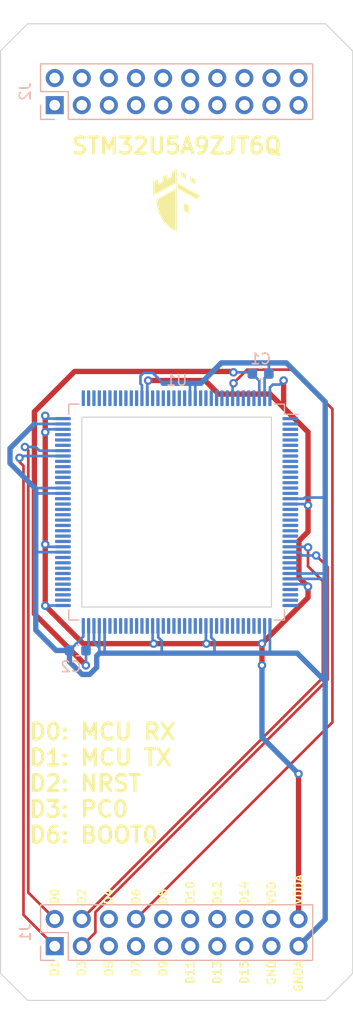
<source format=kicad_pcb>
(kicad_pcb (version 20231007) (generator pcbnew)
  (title_block (title "STM32U5A9ZJT6Q Scaffold daughterboard") (date "2023-10-11") (comment 1 "Under LGPL v3 license"))
  (layers (0 "F.Cu" signal) (31 "B.Cu" signal) (34 "B.Paste" user) (35 "F.Paste" user) (36 "B.SilkS" user "B.Silkscreen") (37 "F.SilkS" user "F.Silkscreen") (38 "B.Mask" user) (39 "F.Mask" user) (44 "Edge.Cuts" user))
  (net 0 "")
  (net 1 "Net-(C1-Pad1)")
  (net 2 "/D1_MCU_TX")
  (net 3 "/D0_MCU_RX")
  (net 4 "/D3_MCU_PC0")
  (net 5 "/D2_NRST")
  (net 9 "/D6_BOOT0")
  (net 13 "GNDA")
  (net 16 "+3V3")
  (net 40 "GND")
  (footprint "mykicadlibs:donjon-2000" (layer "F.Cu") (at 92.71 77.47)
    (property "Reference" "LOGO1" hide)
    (property "Value" "DUNGEON_LOGO" hide)
    (fp_poly (pts (xy 0.439282 -2.661099) (xy 0.470744 -2.644605) (xy 0.517646 -2.619335) (xy 0.576626 -2.587105) (xy 0.644322 -2.549731) (xy 0.666852 -2.537218) (xy 0.75421 -2.4878) (xy 0.81934 -2.449048) (xy 0.862875 -2.420552) (xy 0.885445 -2.401904) (xy 0.888579 -2.393444) (xy 0.884372 -2.376466) (xy 0.88038 -2.3388) (xy 0.876937 -2.285159) (xy 0.874379 -2.220255) (xy 0.873459 -2.180815) (xy 0.86995 -1.982176) (xy 0.4445 -2.215898) (xy 0.4445 -2.408873) (xy 0.443702 -2.478923) (xy 0.441508 -2.542167) (xy 0.438212 -2.593204) (xy 0.434113 -2.626637) (xy 0.432114 -2.634424) (xy 0.425303 -2.657968) (xy 0.42662 -2.667) (xy 0.439282 -2.661099)) (stroke (width 0.01)) (fill solid) (layer "F.SilkS"))
    (fp_poly (pts (xy 0.914236 0.344237) (xy 0.974478 0.371905) (xy 1.033178 0.418017) (xy 1.087583 0.481291) (xy 1.134943 0.560447) (xy 1.136688 0.564) (xy 1.159039 0.614309) (xy 1.175684 0.664025) (xy 1.187193 0.717688) (xy 1.194133 0.77984) (xy 1.197076 0.855022) (xy 1.19659 0.947775) (xy 1.194525 1.02529) (xy 1.18745 1.24413) (xy 0.6708 1.00965) (xy 0.676716 0.762) (xy 0.679784 0.662088) (xy 0.68414 0.583805) (xy 0.690533 0.523388) (xy 0.69971 0.47707) (xy 0.712422 0.441087) (xy 0.729417 0.411674) (xy 0.751444 0.385067) (xy 0.751773 0.384716) (xy 0.800132 0.349361) (xy 0.855204 0.336296) (xy 0.914236 0.344237)) (stroke (width 0.01)) (fill solid) (layer "F.SilkS"))
    (fp_poly (pts (xy 1.314163 -2.17854) (xy 1.344017 -2.162137) (xy 1.38941 -2.13705) (xy 1.447017 -2.105117) (xy 1.513514 -2.068176) (xy 1.529763 -2.059139) (xy 1.754929 -1.933877) (xy 1.753207 -1.719915) (xy 1.752455 -1.649106) (xy 1.751459 -1.5878) (xy 1.750315 -1.540225) (xy 1.74912 -1.510605) (xy 1.748236 -1.502703) (xy 1.73665 -1.507503) (xy 1.706291 -1.522795) (xy 1.660605 -1.546768) (xy 1.603042 -1.577609) (xy 1.537048 -1.613508) (xy 1.529718 -1.617525) (xy 1.31445 -1.735596) (xy 1.3081 -1.960018) (xy 1.30613 -2.032319) (xy 1.30457 -2.094935) (xy 1.303508 -2.143823) (xy 1.303033 -2.174943) (xy 1.303173 -2.18442) (xy 1.314163 -2.17854)) (stroke (width 0.01)) (fill solid) (layer "F.SilkS"))
    (fp_poly (pts (xy 0 0.894903) (xy 0 2.8956) (xy -0.034925 2.895367) (xy -0.062166 2.890507) (xy -0.105083 2.877722) (xy -0.15613 2.859371) (xy -0.1778 2.850727) (xy -0.358814 2.763797) (xy -0.538665 2.652773) (xy -0.71551 2.518949) (xy -0.887504 2.363621) (xy -0.926266 2.324906) (xy -1.112391 2.117539) (xy -1.279996 1.893433) (xy -1.42843 1.653902) (xy -1.557039 1.400262) (xy -1.665169 1.133827) (xy -1.752167 0.855914) (xy -1.817381 0.567836) (xy -1.827553 0.510293) (xy -1.835444 0.45773) (xy -1.8437 0.392725) (xy -1.85195 0.319507) (xy -1.859819 0.242307) (xy -1.866935 0.165353) (xy -1.872926 0.092876) (xy -1.877417 0.029106) (xy -1.880037 -0.021728) (xy -1.880412 -0.055395) (xy -1.878502 -0.067538) (xy -1.866767 -0.074213) (xy -1.834801 -0.092064) (xy -1.784605 -0.119984) (xy -1.71818 -0.156866) (xy -1.637528 -0.201602) (xy -1.544649 -0.253086) (xy -1.441545 -0.31021) (xy -1.330217 -0.371867) (xy -1.212667 -0.43695) (xy -1.090894 -0.504351) (xy -0.966902 -0.572963) (xy -0.842689 -0.64168) (xy -0.720259 -0.709393) (xy -0.601612 -0.774996) (xy -0.488749 -0.837381) (xy -0.383672 -0.895441) (xy -0.288382 -0.948069) (xy -0.204879 -0.994158) (xy -0.135165 -1.0326) (xy -0.081241 -1.062289) (xy -0.045109 -1.082116) (xy -0.02877 -1.090975) (xy -0.028575 -1.091076) (xy -0.000001 -1.105794) (xy 0 0.894903)) (stroke (width 0.01)) (fill solid) (layer "F.SilkS"))
    (fp_poly (pts (xy 0.02577 -1.606927) (xy 0.058501 -1.589693) (xy 0.109714 -1.562228) (xy 0.177538 -1.52556) (xy 0.260097 -1.480717) (xy 0.35552 -1.42873) (xy 0.461933 -1.370626) (xy 0.577463 -1.307435) (xy 0.700237 -1.240185) (xy 0.828381 -1.169906) (xy 0.960023 -1.097625) (xy 1.093289 -1.024373) (xy 1.226306 -0.951178) (xy 1.357202 -0.879068) (xy 1.484102 -0.809073) (xy 1.605134 -0.742222) (xy 1.718424 -0.679543) (xy 1.822099 -0.622065) (xy 1.914287 -0.570817) (xy 1.993114 -0.526828) (xy 2.056707 -0.491127) (xy 2.08915 -0.472759) (xy 2.129821 -0.44804) (xy 2.159448 -0.426991) (xy 2.173081 -0.413236) (xy 2.173328 -0.411113) (xy 2.163354 -0.397256) (xy 2.140233 -0.368959) (xy 2.10728 -0.330006) (xy 2.067814 -0.28418) (xy 2.025151 -0.235263) (xy 1.982609 -0.187039) (xy 1.943504 -0.143292) (xy 1.911153 -0.107805) (xy 1.888875 -0.08436) (xy 1.880106 -0.07668) (xy 1.868218 -0.082779) (xy 1.835772 -0.100326) (xy 1.784401 -0.128416) (xy 1.715744 -0.166147) (xy 1.631434 -0.212615) (xy 1.533109 -0.266918) (xy 1.422405 -0.328152) (xy 1.300956 -0.395414) (xy 1.1704 -0.467801) (xy 1.032371 -0.544409) (xy 0.9398 -0.59583) (xy 0.00635 -1.1145) (xy 0.002906 -1.3637) (xy 0.002133 -1.458996) (xy 0.002828 -1.530238) (xy 0.005047 -1.578733) (xy 0.008844 -1.605787) (xy 0.013394 -1.6129) (xy 0.02577 -1.606927)) (stroke (width 0.01)) (fill solid) (layer "F.SilkS"))
    (fp_poly (pts (xy -0.003057 -2.268833) (xy -0.002598 -2.144146) (xy -0.002532 -2.027225) (xy -0.002833 -1.920516) (xy -0.003478 -1.826467) (xy -0.004443 -1.747524) (xy -0.005702 -1.686135) (xy -0.007234 -1.644747) (xy -0.009012 -1.625806) (xy -0.009407 -1.624916) (xy -0.021845 -1.61754) (xy -0.054681 -1.598963) (xy -0.106052 -1.570213) (xy -0.174092 -1.532317) (xy -0.256937 -1.486304) (xy -0.352724 -1.433201) (xy -0.459588 -1.374036) (xy -0.575665 -1.309837) (xy -0.699091 -1.241632) (xy -0.828001 -1.170448) (xy -0.960532 -1.097314) (xy -1.094818 -1.023257) (xy -1.228997 -0.949305) (xy -1.361203 -0.876486) (xy -1.489572 -0.805827) (xy -1.612241 -0.738358) (xy -1.727345 -0.675104) (xy -1.833019 -0.617095) (xy -1.9274 -0.565358) (xy -2.008624 -0.52092) (xy -2.074825 -0.484811) (xy -2.124141 -0.458057) (xy -2.154706 -0.441686) (xy -2.164444 -0.436741) (xy -2.169006 -0.436902) (xy -2.172823 -0.442532) (xy -2.175959 -0.45565) (xy -2.178481 -0.478273) (xy -2.180453 -0.512418) (xy -2.181941 -0.560103) (xy -2.183009 -0.623344) (xy -2.183724 -0.704159) (xy -2.184151 -0.804566) (xy -2.184354 -0.926581) (xy -2.1844 -1.053319) (xy -2.1844 -1.677555) (xy -2.155825 -1.705942) (xy -2.134545 -1.722182) (xy -2.096795 -1.746386) (xy -2.047346 -1.775922) (xy -1.990969 -1.808158) (xy -1.932435 -1.840461) (xy -1.876514 -1.870199) (xy -1.827978 -1.89474) (xy -1.791596 -1.911451) (xy -1.77214 -1.9177) (xy -1.772041 -1.917701) (xy -1.76476 -1.914598) (xy -1.759519 -1.903012) (xy -1.755999 -1.879525) (xy -1.753884 -1.840721) (xy -1.752857 -1.783181) (xy -1.7526 -1.70815) (xy -1.75215 -1.638412) (xy -1.750902 -1.578504) (xy -1.749015 -1.532611) (xy -1.746645 -1.504919) (xy -1.744729 -1.4986) (xy -1.731652 -1.504436) (xy -1.69991 -1.520686) (xy -1.653059 -1.545468) (xy -1.594659 -1.576898) (xy -1.528266 -1.613092) (xy -1.522827 -1.616075) (xy -1.308797 -1.73355) (xy -1.308449 -1.94345) (xy -1.307787 -2.027181) (xy -1.305933 -2.089043) (xy -1.302607 -2.132548) (xy -1.297527 -2.161211) (xy -1.290414 -2.178545) (xy -1.289577 -2.179795) (xy -1.271763 -2.195661) (xy -1.236939 -2.21936) (xy -1.189671 -2.2484) (xy -1.134523 -2.28029) (xy -1.076059 -2.312539) (xy -1.018844 -2.342656) (xy -0.967443 -2.368149) (xy -0.926421 -2.386528) (xy -0.90034 -2.395301) (xy -0.894534 -2.395395) (xy -0.887483 -2.388258) (xy -0.882436 -2.370838) (xy -0.879098 -2.339737) (xy -0.877176 -2.291557) (xy -0.876374 -2.222899) (xy -0.8763 -2.184799) (xy -0.87574 -2.116169) (xy -0.87419 -2.057477) (xy -0.87185 -2.012954) (xy -0.868917 -1.986833) (xy -0.866775 -1.981727) (xy -0.853198 -1.987825) (xy -0.821117 -2.004478) (xy -0.774142 -2.029745) (xy -0.715881 -2.061683) (xy -0.649945 -2.098351) (xy -0.6477 -2.099608) (xy -0.43815 -2.216963) (xy -0.4318 -2.435219) (xy -0.428988 -2.518102) (xy -0.425811 -2.579168) (xy -0.421866 -2.622001) (xy -0.416752 -2.650184) (xy -0.410067 -2.667301) (xy -0.405028 -2.673857) (xy -0.387438 -2.686628) (xy -0.351705 -2.709046) (xy -0.301998 -2.738619) (xy -0.242485 -2.772853) (xy -0.195478 -2.799224) (xy -0.00635 -2.904209) (xy -0.003057 -2.268833)) (stroke (width 0.01)) (fill solid) (layer "F.SilkS"))
  )
  (footprint "Connector_PinSocket_2.54mm:PinSocket_2x10_P2.54mm_Vertical" (layer "B.Cu") (at 81.28 147.32 -90)
    (property "Reference" "J1" (at -1.27 2.77 -90) (layer "B.SilkS") (effects (justify mirror)))
    (property "Value" "Conn_02x10_Odd_Even")
    (fp_line (start -1.27 1.33) (end -3.87 1.33) (stroke (width 0.12)) (layer "B.SilkS"))
    (fp_line (start 1.33 1.33) (end 0 1.33) (stroke (width 0.12)) (layer "B.SilkS"))
    (fp_line (start 1.33 0) (end 1.33 1.33) (stroke (width 0.12)) (layer "B.SilkS"))
    (fp_line (start -1.27 -1.27) (end -1.27 1.33) (stroke (width 0.12)) (layer "B.SilkS"))
    (fp_line (start 1.33 -1.27) (end -1.27 -1.27) (stroke (width 0.12)) (layer "B.SilkS"))
    (fp_line (start -3.87 -24.19) (end -3.87 1.33) (stroke (width 0.12)) (layer "B.SilkS"))
    (fp_line (start 1.33 -24.19) (end 1.33 -1.27) (stroke (width 0.12)) (layer "B.SilkS"))
    (fp_line (start 1.33 -24.19) (end -3.87 -24.19) (stroke (width 0.12)) (layer "B.SilkS"))
    (pad "1" thru_hole rect (at 0 0 270) (size 1.7 1.7) (drill 1) (layers "*.Cu" "*.Mask") (net 2 "/D1_MCU_TX"))
    (pad "2" thru_hole oval (at -2.54 0 270) (size 1.7 1.7) (drill 1) (layers "*.Cu" "*.Mask") (net 3 "/D0_MCU_RX"))
    (pad "3" thru_hole oval (at 0 -2.54 270) (size 1.7 1.7) (drill 1) (layers "*.Cu" "*.Mask") (net 4 "/D3_MCU_PC0"))
    (pad "4" thru_hole oval (at -2.54 -2.54 270) (size 1.7 1.7) (drill 1) (layers "*.Cu" "*.Mask") (net 5 "/D2_NRST"))
    (pad "5" thru_hole oval (at 0 -5.08 270) (size 1.7 1.7) (drill 1) (layers "*.Cu" "*.Mask"))
    (pad "6" thru_hole oval (at -2.54 -5.08 270) (size 1.7 1.7) (drill 1) (layers "*.Cu" "*.Mask"))
    (pad "7" thru_hole oval (at 0 -7.62 270) (size 1.7 1.7) (drill 1) (layers "*.Cu" "*.Mask"))
    (pad "8" thru_hole oval (at -2.54 -7.62 270) (size 1.7 1.7) (drill 1) (layers "*.Cu" "*.Mask") (net 9 "/D6_BOOT0"))
    (pad "9" thru_hole oval (at 0 -10.16 270) (size 1.7 1.7) (drill 1) (layers "*.Cu" "*.Mask"))
    (pad "10" thru_hole oval (at -2.54 -10.16 270) (size 1.7 1.7) (drill 1) (layers "*.Cu" "*.Mask"))
    (pad "11" thru_hole oval (at 0 -12.7 270) (size 1.7 1.7) (drill 1) (layers "*.Cu" "*.Mask"))
    (pad "12" thru_hole oval (at -2.54 -12.7 270) (size 1.7 1.7) (drill 1) (layers "*.Cu" "*.Mask"))
    (pad "13" thru_hole oval (at 0 -15.24 270) (size 1.7 1.7) (drill 1) (layers "*.Cu" "*.Mask"))
    (pad "14" thru_hole oval (at -2.54 -15.24 270) (size 1.7 1.7) (drill 1) (layers "*.Cu" "*.Mask"))
    (pad "15" thru_hole oval (at 0 -17.78 270) (size 1.7 1.7) (drill 1) (layers "*.Cu" "*.Mask"))
    (pad "16" thru_hole oval (at -2.54 -17.78 270) (size 1.7 1.7) (drill 1) (layers "*.Cu" "*.Mask"))
    (pad "17" thru_hole oval (at 0 -20.32 270) (size 1.7 1.7) (drill 1) (layers "*.Cu" "*.Mask") (net 40 "GND"))
    (pad "18" thru_hole oval (at -2.54 -20.32 270) (size 1.7 1.7) (drill 1) (layers "*.Cu" "*.Mask"))
    (pad "19" thru_hole oval (at 0 -22.86 270) (size 1.7 1.7) (drill 1) (layers "*.Cu" "*.Mask") (net 13 "GNDA"))
    (pad "20" thru_hole oval (at -2.54 -22.86 270) (size 1.7 1.7) (drill 1) (layers "*.Cu" "*.Mask") (net 16 "+3V3"))
  )
  (footprint "Connector_PinSocket_2.54mm:PinSocket_2x10_P2.54mm_Vertical" (layer "B.Cu") (at 81.28 68.58 -90)
    (property "Reference" "J2" (at -1.27 2.77 -90) (layer "B.SilkS") (effects (justify mirror)))
    (property "Value" "Conn_02x10_Odd_Even")
    (fp_line (start -1.27 1.33) (end -3.87 1.33) (stroke (width 0.12)) (layer "B.SilkS"))
    (fp_line (start 1.33 1.33) (end 0 1.33) (stroke (width 0.12)) (layer "B.SilkS"))
    (fp_line (start 1.33 0) (end 1.33 1.33) (stroke (width 0.12)) (layer "B.SilkS"))
    (fp_line (start -1.27 -1.27) (end -1.27 1.33) (stroke (width 0.12)) (layer "B.SilkS"))
    (fp_line (start 1.33 -1.27) (end -1.27 -1.27) (stroke (width 0.12)) (layer "B.SilkS"))
    (fp_line (start -3.87 -24.19) (end -3.87 1.33) (stroke (width 0.12)) (layer "B.SilkS"))
    (fp_line (start 1.33 -24.19) (end 1.33 -1.27) (stroke (width 0.12)) (layer "B.SilkS"))
    (fp_line (start 1.33 -24.19) (end -3.87 -24.19) (stroke (width 0.12)) (layer "B.SilkS"))
    (pad "1" thru_hole rect (at 0 0 270) (size 1.7 1.7) (drill 1) (layers "*.Cu" "*.Mask"))
    (pad "2" thru_hole oval (at -2.54 0 270) (size 1.7 1.7) (drill 1) (layers "*.Cu" "*.Mask"))
    (pad "3" thru_hole oval (at 0 -2.54 270) (size 1.7 1.7) (drill 1) (layers "*.Cu" "*.Mask"))
    (pad "4" thru_hole oval (at -2.54 -2.54 270) (size 1.7 1.7) (drill 1) (layers "*.Cu" "*.Mask"))
    (pad "5" thru_hole oval (at 0 -5.08 270) (size 1.7 1.7) (drill 1) (layers "*.Cu" "*.Mask"))
    (pad "6" thru_hole oval (at -2.54 -5.08 270) (size 1.7 1.7) (drill 1) (layers "*.Cu" "*.Mask"))
    (pad "7" thru_hole oval (at 0 -7.62 270) (size 1.7 1.7) (drill 1) (layers "*.Cu" "*.Mask"))
    (pad "8" thru_hole oval (at -2.54 -7.62 270) (size 1.7 1.7) (drill 1) (layers "*.Cu" "*.Mask"))
    (pad "9" thru_hole oval (at 0 -10.16 270) (size 1.7 1.7) (drill 1) (layers "*.Cu" "*.Mask"))
    (pad "10" thru_hole oval (at -2.54 -10.16 270) (size 1.7 1.7) (drill 1) (layers "*.Cu" "*.Mask"))
    (pad "11" thru_hole oval (at 0 -12.7 270) (size 1.7 1.7) (drill 1) (layers "*.Cu" "*.Mask"))
    (pad "12" thru_hole oval (at -2.54 -12.7 270) (size 1.7 1.7) (drill 1) (layers "*.Cu" "*.Mask"))
    (pad "13" thru_hole oval (at 0 -15.24 270) (size 1.7 1.7) (drill 1) (layers "*.Cu" "*.Mask"))
    (pad "14" thru_hole oval (at -2.54 -15.24 270) (size 1.7 1.7) (drill 1) (layers "*.Cu" "*.Mask"))
    (pad "15" thru_hole oval (at 0 -17.78 270) (size 1.7 1.7) (drill 1) (layers "*.Cu" "*.Mask"))
    (pad "16" thru_hole oval (at -2.54 -17.78 270) (size 1.7 1.7) (drill 1) (layers "*.Cu" "*.Mask"))
    (pad "17" thru_hole oval (at 0 -20.32 270) (size 1.7 1.7) (drill 1) (layers "*.Cu" "*.Mask"))
    (pad "18" thru_hole oval (at -2.54 -20.32 270) (size 1.7 1.7) (drill 1) (layers "*.Cu" "*.Mask"))
    (pad "19" thru_hole oval (at 0 -22.86 270) (size 1.7 1.7) (drill 1) (layers "*.Cu" "*.Mask"))
    (pad "20" thru_hole oval (at -2.54 -22.86 270) (size 1.7 1.7) (drill 1) (layers "*.Cu" "*.Mask"))
  )
  (footprint "Package_QFP:LQFP-144_20x20mm_P0.5mm" (layer "B.Cu") (at 92.71 106.68 180)
    (property "Reference" "U1" (at 0 12.35 180) (layer "B.SilkS") (effects (justify mirror)))
    (property "Value" "~")
    (fp_line (start 10.11 10.11) (end 9.16 10.11) (stroke (width 0.12)) (layer "B.SilkS"))
    (fp_line (start 10.11 9.16) (end 10.11 10.11) (stroke (width 0.12)) (layer "B.SilkS"))
    (fp_line (start 10.11 -9.16) (end 10.11 -10.11) (stroke (width 0.12)) (layer "B.SilkS"))
    (fp_line (start 10.11 -10.11) (end 9.16 -10.11) (stroke (width 0.12)) (layer "B.SilkS"))
    (fp_line (start -10.11 10.11) (end -9.16 10.11) (stroke (width 0.12)) (layer "B.SilkS"))
    (fp_line (start -10.11 9.16) (end -10.11 10.11) (stroke (width 0.12)) (layer "B.SilkS"))
    (fp_line (start -10.11 -9.16) (end -10.11 -10.11) (stroke (width 0.12)) (layer "B.SilkS"))
    (fp_line (start -10.11 -10.11) (end -9.16 -10.11) (stroke (width 0.12)) (layer "B.SilkS"))
    (fp_line (start -11.4 9.16) (end -10.11 9.16) (stroke (width 0.12)) (layer "B.SilkS"))
    (pad "1" smd roundrect (at -10.6625 8.75 180) (size 1.475 0.3) (layers "B.Cu" "B.Paste" "B.Mask"))
    (pad "2" smd roundrect (at -10.6625 8.25 180) (size 1.475 0.3) (layers "B.Cu" "B.Paste" "B.Mask"))
    (pad "3" smd roundrect (at -10.6625 7.75 180) (size 1.475 0.3) (layers "B.Cu" "B.Paste" "B.Mask"))
    (pad "4" smd roundrect (at -10.6625 7.25 180) (size 1.475 0.3) (layers "B.Cu" "B.Paste" "B.Mask"))
    (pad "5" smd roundrect (at -10.6625 6.75 180) (size 1.475 0.3) (layers "B.Cu" "B.Paste" "B.Mask"))
    (pad "6" smd roundrect (at -10.6625 6.25 180) (size 1.475 0.3) (layers "B.Cu" "B.Paste" "B.Mask"))
    (pad "7" smd roundrect (at -10.6625 5.75 180) (size 1.475 0.3) (layers "B.Cu" "B.Paste" "B.Mask"))
    (pad "8" smd roundrect (at -10.6625 5.25 180) (size 1.475 0.3) (layers "B.Cu" "B.Paste" "B.Mask"))
    (pad "9" smd roundrect (at -10.6625 4.75 180) (size 1.475 0.3) (layers "B.Cu" "B.Paste" "B.Mask"))
    (pad "10" smd roundrect (at -10.6625 4.25 180) (size 1.475 0.3) (layers "B.Cu" "B.Paste" "B.Mask"))
    (pad "11" smd roundrect (at -10.6625 3.75 180) (size 1.475 0.3) (layers "B.Cu" "B.Paste" "B.Mask"))
    (pad "12" smd roundrect (at -10.6625 3.25 180) (size 1.475 0.3) (layers "B.Cu" "B.Paste" "B.Mask"))
    (pad "13" smd roundrect (at -10.6625 2.75 180) (size 1.475 0.3) (layers "B.Cu" "B.Paste" "B.Mask"))
    (pad "14" smd roundrect (at -10.6625 2.25 180) (size 1.475 0.3) (layers "B.Cu" "B.Paste" "B.Mask"))
    (pad "15" smd roundrect (at -10.6625 1.75 180) (size 1.475 0.3) (layers "B.Cu" "B.Paste" "B.Mask"))
    (pad "16" smd roundrect (at -10.6625 1.25 180) (size 1.475 0.3) (layers "B.Cu" "B.Paste" "B.Mask") (net 13 "GNDA"))
    (pad "17" smd roundrect (at -10.6625 0.75 180) (size 1.475 0.3) (layers "B.Cu" "B.Paste" "B.Mask") (net 16 "+3V3"))
    (pad "18" smd roundrect (at -10.6625 0.25 180) (size 1.475 0.3) (layers "B.Cu" "B.Paste" "B.Mask"))
    (pad "19" smd roundrect (at -10.6625 -0.25 180) (size 1.475 0.3) (layers "B.Cu" "B.Paste" "B.Mask"))
    (pad "20" smd roundrect (at -10.6625 -0.75 180) (size 1.475 0.3) (layers "B.Cu" "B.Paste" "B.Mask"))
    (pad "21" smd roundrect (at -10.6625 -1.25 180) (size 1.475 0.3) (layers "B.Cu" "B.Paste" "B.Mask"))
    (pad "22" smd roundrect (at -10.6625 -1.75 180) (size 1.475 0.3) (layers "B.Cu" "B.Paste" "B.Mask"))
    (pad "23" smd roundrect (at -10.6625 -2.25 180) (size 1.475 0.3) (layers "B.Cu" "B.Paste" "B.Mask"))
    (pad "24" smd roundrect (at -10.6625 -2.75 180) (size 1.475 0.3) (layers "B.Cu" "B.Paste" "B.Mask"))
    (pad "25" smd roundrect (at -10.6625 -3.25 180) (size 1.475 0.3) (layers "B.Cu" "B.Paste" "B.Mask") (net 5 "/D2_NRST"))
    (pad "26" smd roundrect (at -10.6625 -3.75 180) (size 1.475 0.3) (layers "B.Cu" "B.Paste" "B.Mask") (net 4 "/D3_MCU_PC0"))
    (pad "27" smd roundrect (at -10.6625 -4.25 180) (size 1.475 0.3) (layers "B.Cu" "B.Paste" "B.Mask"))
    (pad "28" smd roundrect (at -10.6625 -4.75 180) (size 1.475 0.3) (layers "B.Cu" "B.Paste" "B.Mask"))
    (pad "29" smd roundrect (at -10.6625 -5.25 180) (size 1.475 0.3) (layers "B.Cu" "B.Paste" "B.Mask"))
    (pad "30" smd roundrect (at -10.6625 -5.75 180) (size 1.475 0.3) (layers "B.Cu" "B.Paste" "B.Mask") (net 13 "GNDA"))
    (pad "31" smd roundrect (at -10.6625 -6.25 180) (size 1.475 0.3) (layers "B.Cu" "B.Paste" "B.Mask") (net 13 "GNDA"))
    (pad "32" smd roundrect (at -10.6625 -6.75 180) (size 1.475 0.3) (layers "B.Cu" "B.Paste" "B.Mask") (net 16 "+3V3"))
    (pad "33" smd roundrect (at -10.6625 -7.25 180) (size 1.475 0.3) (layers "B.Cu" "B.Paste" "B.Mask"))
    (pad "34" smd roundrect (at -10.6625 -7.75 180) (size 1.475 0.3) (layers "B.Cu" "B.Paste" "B.Mask"))
    (pad "35" smd roundrect (at -10.6625 -8.25 180) (size 1.475 0.3) (layers "B.Cu" "B.Paste" "B.Mask"))
    (pad "36" smd roundrect (at -10.6625 -8.75 180) (size 1.475 0.3) (layers "B.Cu" "B.Paste" "B.Mask"))
    (pad "37" smd roundrect (at -8.75 -10.6625 180) (size 0.3 1.475) (layers "B.Cu" "B.Paste" "B.Mask") (net 13 "GNDA"))
    (pad "38" smd roundrect (at -8.25 -10.6625 180) (size 0.3 1.475) (layers "B.Cu" "B.Paste" "B.Mask") (net 16 "+3V3"))
    (pad "39" smd roundrect (at -7.75 -10.6625 180) (size 0.3 1.475) (layers "B.Cu" "B.Paste" "B.Mask"))
    (pad "40" smd roundrect (at -7.25 -10.6625 180) (size 0.3 1.475) (layers "B.Cu" "B.Paste" "B.Mask"))
    (pad "41" smd roundrect (at -6.75 -10.6625 180) (size 0.3 1.475) (layers "B.Cu" "B.Paste" "B.Mask"))
    (pad "42" smd roundrect (at -6.25 -10.6625 180) (size 0.3 1.475) (layers "B.Cu" "B.Paste" "B.Mask"))
    (pad "43" smd roundrect (at -5.75 -10.6625 180) (size 0.3 1.475) (layers "B.Cu" "B.Paste" "B.Mask"))
    (pad "44" smd roundrect (at -5.25 -10.6625 180) (size 0.3 1.475) (layers "B.Cu" "B.Paste" "B.Mask"))
    (pad "45" smd roundrect (at -4.75 -10.6625 180) (size 0.3 1.475) (layers "B.Cu" "B.Paste" "B.Mask"))
    (pad "46" smd roundrect (at -4.25 -10.6625 180) (size 0.3 1.475) (layers "B.Cu" "B.Paste" "B.Mask"))
    (pad "47" smd roundrect (at -3.75 -10.6625 180) (size 0.3 1.475) (layers "B.Cu" "B.Paste" "B.Mask"))
    (pad "48" smd roundrect (at -3.25 -10.6625 180) (size 0.3 1.475) (layers "B.Cu" "B.Paste" "B.Mask") (net 13 "GNDA"))
    (pad "49" smd roundrect (at -2.75 -10.6625 180) (size 0.3 1.475) (layers "B.Cu" "B.Paste" "B.Mask") (net 16 "+3V3"))
    (pad "50" smd roundrect (at -2.25 -10.6625 180) (size 0.3 1.475) (layers "B.Cu" "B.Paste" "B.Mask"))
    (pad "51" smd roundrect (at -1.75 -10.6625 180) (size 0.3 1.475) (layers "B.Cu" "B.Paste" "B.Mask"))
    (pad "52" smd roundrect (at -1.25 -10.6625 180) (size 0.3 1.475) (layers "B.Cu" "B.Paste" "B.Mask"))
    (pad "53" smd roundrect (at -0.75 -10.6625 180) (size 0.3 1.475) (layers "B.Cu" "B.Paste" "B.Mask"))
    (pad "54" smd roundrect (at -0.25 -10.6625 180) (size 0.3 1.475) (layers "B.Cu" "B.Paste" "B.Mask"))
    (pad "55" smd roundrect (at 0.25 -10.6625 180) (size 0.3 1.475) (layers "B.Cu" "B.Paste" "B.Mask"))
    (pad "56" smd roundrect (at 0.75 -10.6625 180) (size 0.3 1.475) (layers "B.Cu" "B.Paste" "B.Mask"))
    (pad "57" smd roundrect (at 1.25 -10.6625 180) (size 0.3 1.475) (layers "B.Cu" "B.Paste" "B.Mask"))
    (pad "58" smd roundrect (at 1.75 -10.6625 180) (size 0.3 1.475) (layers "B.Cu" "B.Paste" "B.Mask") (net 13 "GNDA"))
    (pad "59" smd roundrect (at 2.25 -10.6625 180) (size 0.3 1.475) (layers "B.Cu" "B.Paste" "B.Mask") (net 16 "+3V3"))
    (pad "60" smd roundrect (at 2.75 -10.6625 180) (size 0.3 1.475) (layers "B.Cu" "B.Paste" "B.Mask"))
    (pad "61" smd roundrect (at 3.25 -10.6625 180) (size 0.3 1.475) (layers "B.Cu" "B.Paste" "B.Mask"))
    (pad "62" smd roundrect (at 3.75 -10.6625 180) (size 0.3 1.475) (layers "B.Cu" "B.Paste" "B.Mask"))
    (pad "63" smd roundrect (at 4.25 -10.6625 180) (size 0.3 1.475) (layers "B.Cu" "B.Paste" "B.Mask"))
    (pad "64" smd roundrect (at 4.75 -10.6625 180) (size 0.3 1.475) (layers "B.Cu" "B.Paste" "B.Mask"))
    (pad "65" smd roundrect (at 5.25 -10.6625 180) (size 0.3 1.475) (layers "B.Cu" "B.Paste" "B.Mask"))
    (pad "66" smd roundrect (at 5.75 -10.6625 180) (size 0.3 1.475) (layers "B.Cu" "B.Paste" "B.Mask"))
    (pad "67" smd roundrect (at 6.25 -10.6625 180) (size 0.3 1.475) (layers "B.Cu" "B.Paste" "B.Mask"))
    (pad "68" smd roundrect (at 6.75 -10.6625 180) (size 0.3 1.475) (layers "B.Cu" "B.Paste" "B.Mask") (net 13 "GNDA"))
    (pad "69" smd roundrect (at 7.25 -10.6625 180) (size 0.3 1.475) (layers "B.Cu" "B.Paste" "B.Mask") (net 13 "GNDA"))
    (pad "70" smd roundrect (at 7.75 -10.6625 180) (size 0.3 1.475) (layers "B.Cu" "B.Paste" "B.Mask") (net 13 "GNDA"))
    (pad "71" smd roundrect (at 8.25 -10.6625 180) (size 0.3 1.475) (layers "B.Cu" "B.Paste" "B.Mask") (net 1 "Net-(C1-Pad1)"))
    (pad "72" smd roundrect (at 8.75 -10.6625 180) (size 0.3 1.475) (layers "B.Cu" "B.Paste" "B.Mask") (net 13 "GNDA"))
    (pad "73" smd roundrect (at 10.6625 -8.75 180) (size 1.475 0.3) (layers "B.Cu" "B.Paste" "B.Mask") (net 16 "+3V3"))
    (pad "74" smd roundrect (at 10.6625 -8.25 180) (size 1.475 0.3) (layers "B.Cu" "B.Paste" "B.Mask"))
    (pad "75" smd roundrect (at 10.6625 -7.75 180) (size 1.475 0.3) (layers "B.Cu" "B.Paste" "B.Mask"))
    (pad "76" smd roundrect (at 10.6625 -7.25 180) (size 1.475 0.3) (layers "B.Cu" "B.Paste" "B.Mask"))
    (pad "77" smd roundrect (at 10.6625 -6.75 180) (size 1.475 0.3) (layers "B.Cu" "B.Paste" "B.Mask"))
    (pad "78" smd roundrect (at 10.6625 -6.25 180) (size 1.475 0.3) (layers "B.Cu" "B.Paste" "B.Mask"))
    (pad "79" smd roundrect (at 10.6625 -5.75 180) (size 1.475 0.3) (layers "B.Cu" "B.Paste" "B.Mask"))
    (pad "80" smd roundrect (at 10.6625 -5.25 180) (size 1.475 0.3) (layers "B.Cu" "B.Paste" "B.Mask"))
    (pad "81" smd roundrect (at 10.6625 -4.75 180) (size 1.475 0.3) (layers "B.Cu" "B.Paste" "B.Mask"))
    (pad "82" smd roundrect (at 10.6625 -4.25 180) (size 1.475 0.3) (layers "B.Cu" "B.Paste" "B.Mask"))
    (pad "83" smd roundrect (at 10.6625 -3.75 180) (size 1.475 0.3) (layers "B.Cu" "B.Paste" "B.Mask") (net 13 "GNDA"))
    (pad "84" smd roundrect (at 10.6625 -3.25 180) (size 1.475 0.3) (layers "B.Cu" "B.Paste" "B.Mask") (net 16 "+3V3"))
    (pad "85" smd roundrect (at 10.6625 -2.75 180) (size 1.475 0.3) (layers "B.Cu" "B.Paste" "B.Mask"))
    (pad "86" smd roundrect (at 10.6625 -2.25 180) (size 1.475 0.3) (layers "B.Cu" "B.Paste" "B.Mask"))
    (pad "87" smd roundrect (at 10.6625 -1.75 180) (size 1.475 0.3) (layers "B.Cu" "B.Paste" "B.Mask"))
    (pad "88" smd roundrect (at 10.6625 -1.25 180) (size 1.475 0.3) (layers "B.Cu" "B.Paste" "B.Mask"))
    (pad "89" smd roundrect (at 10.6625 -0.75 180) (size 1.475 0.3) (layers "B.Cu" "B.Paste" "B.Mask"))
    (pad "90" smd roundrect (at 10.6625 -0.25 180) (size 1.475 0.3) (layers "B.Cu" "B.Paste" "B.Mask"))
    (pad "91" smd roundrect (at 10.6625 0.25 180) (size 1.475 0.3) (layers "B.Cu" "B.Paste" "B.Mask"))
    (pad "92" smd roundrect (at 10.6625 0.75 180) (size 1.475 0.3) (layers "B.Cu" "B.Paste" "B.Mask"))
    (pad "93" smd roundrect (at 10.6625 1.25 180) (size 1.475 0.3) (layers "B.Cu" "B.Paste" "B.Mask"))
    (pad "94" smd roundrect (at 10.6625 1.75 180) (size 1.475 0.3) (layers "B.Cu" "B.Paste" "B.Mask") (net 13 "GNDA"))
    (pad "95" smd roundrect (at 10.6625 2.25 180) (size 1.475 0.3) (layers "B.Cu" "B.Paste" "B.Mask") (net 13 "GNDA"))
    (pad "96" smd roundrect (at 10.6625 2.75 180) (size 1.475 0.3) (layers "B.Cu" "B.Paste" "B.Mask"))
    (pad "97" smd roundrect (at 10.6625 3.25 180) (size 1.475 0.3) (layers "B.Cu" "B.Paste" "B.Mask"))
    (pad "98" smd roundrect (at 10.6625 3.75 180) (size 1.475 0.3) (layers "B.Cu" "B.Paste" "B.Mask"))
    (pad "99" smd roundrect (at 10.6625 4.25 180) (size 1.475 0.3) (layers "B.Cu" "B.Paste" "B.Mask"))
    (pad "100" smd roundrect (at 10.6625 4.75 180) (size 1.475 0.3) (layers "B.Cu" "B.Paste" "B.Mask"))
    (pad "101" smd roundrect (at 10.6625 5.25 180) (size 1.475 0.3) (layers "B.Cu" "B.Paste" "B.Mask") (net 2 "/D1_MCU_TX"))
    (pad "102" smd roundrect (at 10.6625 5.75 180) (size 1.475 0.3) (layers "B.Cu" "B.Paste" "B.Mask") (net 3 "/D0_MCU_RX"))
    (pad "103" smd roundrect (at 10.6625 6.25 180) (size 1.475 0.3) (layers "B.Cu" "B.Paste" "B.Mask"))
    (pad "104" smd roundrect (at 10.6625 6.75 180) (size 1.475 0.3) (layers "B.Cu" "B.Paste" "B.Mask"))
    (pad "105" smd roundrect (at 10.6625 7.25 180) (size 1.475 0.3) (layers "B.Cu" "B.Paste" "B.Mask"))
    (pad "106" smd roundrect (at 10.6625 7.75 180) (size 1.475 0.3) (layers "B.Cu" "B.Paste" "B.Mask") (net 16 "+3V3"))
    (pad "107" smd roundrect (at 10.6625 8.25 180) (size 1.475 0.3) (layers "B.Cu" "B.Paste" "B.Mask") (net 13 "GNDA"))
    (pad "108" smd roundrect (at 10.6625 8.75 180) (size 1.475 0.3) (layers "B.Cu" "B.Paste" "B.Mask") (net 16 "+3V3"))
    (pad "109" smd roundrect (at 8.75 10.6625 180) (size 0.3 1.475) (layers "B.Cu" "B.Paste" "B.Mask"))
    (pad "110" smd roundrect (at 8.25 10.6625 180) (size 0.3 1.475) (layers "B.Cu" "B.Paste" "B.Mask"))
    (pad "111" smd roundrect (at 7.75 10.6625 180) (size 0.3 1.475) (layers "B.Cu" "B.Paste" "B.Mask"))
    (pad "112" smd roundrect (at 7.25 10.6625 180) (size 0.3 1.475) (layers "B.Cu" "B.Paste" "B.Mask"))
    (pad "113" smd roundrect (at 6.75 10.6625 180) (size 0.3 1.475) (layers "B.Cu" "B.Paste" "B.Mask"))
    (pad "114" smd roundrect (at 6.25 10.6625 180) (size 0.3 1.475) (layers "B.Cu" "B.Paste" "B.Mask"))
    (pad "115" smd roundrect (at 5.75 10.6625 180) (size 0.3 1.475) (layers "B.Cu" "B.Paste" "B.Mask"))
    (pad "116" smd roundrect (at 5.25 10.6625 180) (size 0.3 1.475) (layers "B.Cu" "B.Paste" "B.Mask"))
    (pad "117" smd roundrect (at 4.75 10.6625 180) (size 0.3 1.475) (layers "B.Cu" "B.Paste" "B.Mask"))
    (pad "118" smd roundrect (at 4.25 10.6625 180) (size 0.3 1.475) (layers "B.Cu" "B.Paste" "B.Mask"))
    (pad "119" smd roundrect (at 3.75 10.6625 180) (size 0.3 1.475) (layers "B.Cu" "B.Paste" "B.Mask"))
    (pad "120" smd roundrect (at 3.25 10.6625 180) (size 0.3 1.475) (layers "B.Cu" "B.Paste" "B.Mask") (net 13 "GNDA"))
    (pad "121" smd roundrect (at 2.75 10.6625 180) (size 0.3 1.475) (layers "B.Cu" "B.Paste" "B.Mask") (net 16 "+3V3"))
    (pad "122" smd roundrect (at 2.25 10.6625 180) (size 0.3 1.475) (layers "B.Cu" "B.Paste" "B.Mask"))
    (pad "123" smd roundrect (at 1.75 10.6625 180) (size 0.3 1.475) (layers "B.Cu" "B.Paste" "B.Mask"))
    (pad "124" smd roundrect (at 1.25 10.6625 180) (size 0.3 1.475) (layers "B.Cu" "B.Paste" "B.Mask"))
    (pad "125" smd roundrect (at 0.75 10.6625 180) (size 0.3 1.475) (layers "B.Cu" "B.Paste" "B.Mask"))
    (pad "126" smd roundrect (at 0.25 10.6625 180) (size 0.3 1.475) (layers "B.Cu" "B.Paste" "B.Mask"))
    (pad "127" smd roundrect (at -0.25 10.6625 180) (size 0.3 1.475) (layers "B.Cu" "B.Paste" "B.Mask"))
    (pad "128" smd roundrect (at -0.75 10.6625 180) (size 0.3 1.475) (layers "B.Cu" "B.Paste" "B.Mask"))
    (pad "129" smd roundrect (at -1.25 10.6625 180) (size 0.3 1.475) (layers "B.Cu" "B.Paste" "B.Mask") (net 13 "GNDA"))
    (pad "130" smd roundrect (at -1.75 10.6625 180) (size 0.3 1.475) (layers "B.Cu" "B.Paste" "B.Mask") (net 13 "GNDA"))
    (pad "131" smd roundrect (at -2.25 10.6625 180) (size 0.3 1.475) (layers "B.Cu" "B.Paste" "B.Mask"))
    (pad "132" smd roundrect (at -2.75 10.6625 180) (size 0.3 1.475) (layers "B.Cu" "B.Paste" "B.Mask"))
    (pad "133" smd roundrect (at -3.25 10.6625 180) (size 0.3 1.475) (layers "B.Cu" "B.Paste" "B.Mask"))
    (pad "134" smd roundrect (at -3.75 10.6625 180) (size 0.3 1.475) (layers "B.Cu" "B.Paste" "B.Mask"))
    (pad "135" smd roundrect (at -4.25 10.6625 180) (size 0.3 1.475) (layers "B.Cu" "B.Paste" "B.Mask"))
    (pad "136" smd roundrect (at -4.75 10.6625 180) (size 0.3 1.475) (layers "B.Cu" "B.Paste" "B.Mask"))
    (pad "137" smd roundrect (at -5.25 10.6625 180) (size 0.3 1.475) (layers "B.Cu" "B.Paste" "B.Mask") (net 9 "/D6_BOOT0"))
    (pad "138" smd roundrect (at -5.75 10.6625 180) (size 0.3 1.475) (layers "B.Cu" "B.Paste" "B.Mask"))
    (pad "139" smd roundrect (at -6.25 10.6625 180) (size 0.3 1.475) (layers "B.Cu" "B.Paste" "B.Mask"))
    (pad "140" smd roundrect (at -6.75 10.6625 180) (size 0.3 1.475) (layers "B.Cu" "B.Paste" "B.Mask"))
    (pad "141" smd roundrect (at -7.25 10.6625 180) (size 0.3 1.475) (layers "B.Cu" "B.Paste" "B.Mask"))
    (pad "142" smd roundrect (at -7.75 10.6625 180) (size 0.3 1.475) (layers "B.Cu" "B.Paste" "B.Mask") (net 1 "Net-(C1-Pad1)"))
    (pad "143" smd roundrect (at -8.25 10.6625 180) (size 0.3 1.475) (layers "B.Cu" "B.Paste" "B.Mask") (net 13 "GNDA"))
    (pad "144" smd roundrect (at -8.75 10.6625 180) (size 0.3 1.475) (layers "B.Cu" "B.Paste" "B.Mask") (net 16 "+3V3"))
  )
  (footprint "Capacitor_SMD:C_0603_1608Metric" (layer "B.Cu") (at 100.584 93.726)
    (property "Reference" "C1" (at 0 -1.397 0) (layer "B.SilkS") (effects (justify mirror)))
    (property "Value" "100n")
    (fp_line (start 0.14058 -0.51) (end -0.14058 -0.51) (stroke (width 0.12)) (layer "B.SilkS"))
    (fp_line (start 0.14058 0.51) (end -0.14058 0.51) (stroke (width 0.12)) (layer "B.SilkS"))
    (pad "1" smd roundrect (at -0.775 0) (size 0.9 0.95) (layers "B.Cu" "B.Paste" "B.Mask") (net 1 "Net-(C1-Pad1)"))
    (pad "2" smd roundrect (at 0.775 0) (size 0.9 0.95) (layers "B.Cu" "B.Paste" "B.Mask") (net 13 "GNDA"))
  )
  (footprint "Capacitor_SMD:C_0603_1608Metric" (layer "B.Cu") (at 83.439 119.634 180)
    (property "Reference" "C2" (at 0.635 -1.524 180) (layer "B.SilkS") (effects (justify mirror)))
    (property "Value" "100n")
    (fp_line (start 0.14058 0.51) (end -0.14058 0.51) (stroke (width 0.12)) (layer "B.SilkS"))
    (fp_line (start 0.14058 -0.51) (end -0.14058 -0.51) (stroke (width 0.12)) (layer "B.SilkS"))
    (pad "1" smd roundrect (at -0.775 0 180) (size 0.9 0.95) (layers "B.Cu" "B.Paste" "B.Mask") (net 1 "Net-(C1-Pad1)"))
    (pad "2" smd roundrect (at 0.775 0 180) (size 0.9 0.95) (layers "B.Cu" "B.Paste" "B.Mask") (net 13 "GNDA"))
  )
  (gr_line (start 109.22 63.5) (end 109.22 149.86) (stroke (width 0.1)) (layer "Edge.Cuts"))
  (gr_line (start 106.68 60.96) (end 109.22 63.5) (stroke (width 0.1)) (layer "Edge.Cuts"))
  (gr_rect (start 83.82 97.79) (end 101.6 115.57) (stroke (width 0.1)) (fill none) (layer "Edge.Cuts"))
  (gr_line (start 76.2 149.86) (end 76.2 63.5) (stroke (width 0.1)) (layer "Edge.Cuts"))
  (gr_line (start 78.74 60.96) (end 106.68 60.96) (stroke (width 0.1)) (layer "Edge.Cuts"))
  (gr_line (start 106.68 152.4) (end 78.74 152.4) (stroke (width 0.1)) (layer "Edge.Cuts"))
  (gr_line (start 78.74 152.4) (end 76.2 149.86) (stroke (width 0.1)) (layer "Edge.Cuts"))
  (gr_line (start 109.22 149.86) (end 106.68 152.4) (stroke (width 0.1)) (layer "Edge.Cuts"))
  (gr_line (start 76.2 63.5) (end 78.74 60.96) (stroke (width 0.1)) (layer "Edge.Cuts"))
  (gr_text "GNDA" (at 104.14 148.59 90) (layer "F.SilkS") (effects (font (size 0.75 0.75)) (justify right)))
  (gr_text "GND" (at 101.6 148.59 90) (layer "F.SilkS") (effects (font (size 0.75 0.75)) (justify right)))
  (gr_text "D15" (at 99.06 148.59 90) (layer "F.SilkS") (effects (font (size 0.75 0.75)) (justify right)))
  (gr_text "D13" (at 96.52 148.59 90) (layer "F.SilkS") (effects (font (size 0.75 0.75)) (justify right)))
  (gr_text "D11" (at 93.98 148.59 90) (layer "F.SilkS") (effects (font (size 0.75 0.75)) (justify right)))
  (gr_text "D9" (at 91.44 148.59 90) (layer "F.SilkS") (effects (font (size 0.75 0.75)) (justify right)))
  (gr_text "D7" (at 88.9 148.59 90) (layer "F.SilkS") (effects (font (size 0.75 0.75)) (justify right)))
  (gr_text "D5" (at 86.36 148.59 90) (layer "F.SilkS") (effects (font (size 0.75 0.75)) (justify right)))
  (gr_text "D3" (at 83.82 148.59 90) (layer "F.SilkS") (effects (font (size 0.75 0.75)) (justify right)))
  (gr_text "D1" (at 81.28 148.59 90) (layer "F.SilkS") (effects (font (size 0.75 0.75)) (justify right)))
  (gr_text "D0" (at 81.28 143.51 90) (layer "F.SilkS") (effects (font (size 0.75 0.75)) (justify left)))
  (gr_text "D2" (at 83.82 143.51 90) (layer "F.SilkS") (effects (font (size 0.75 0.75)) (justify left)))
  (gr_text "D4" (at 86.36 143.51 90) (layer "F.SilkS") (effects (font (size 0.75 0.75)) (justify left)))
  (gr_text "D6" (at 88.9 143.51 90) (layer "F.SilkS") (effects (font (size 0.75 0.75)) (justify left)))
  (gr_text "D8" (at 91.44 143.51 90) (layer "F.SilkS") (effects (font (size 0.75 0.75)) (justify left)))
  (gr_text "D10" (at 93.98 143.51 90) (layer "F.SilkS") (effects (font (size 0.75 0.75)) (justify left)))
  (gr_text "D12" (at 96.52 143.51 90) (layer "F.SilkS") (effects (font (size 0.75 0.75)) (justify left)))
  (gr_text "D14" (at 99.06 143.51 90) (layer "F.SilkS") (effects (font (size 0.75 0.75)) (justify left)))
  (gr_text "VDD" (at 101.6 143.51 90) (layer "F.SilkS") (effects (font (size 0.75 0.75)) (justify left)))
  (gr_text "VDDA" (at 104.14 143.51 90) (layer "F.SilkS") (effects (font (size 0.75 0.75)) (justify left)))
  (gr_text "STM32U5A9ZJT6Q" (at 92.71 72.39 0) (layer "F.SilkS") (effects (font (size 1.5 1.5) (thickness 0.3))))
  (gr_text "D0: MCU RX\nD1: MCU TX\nD2: NRST\nD3: PC0\nD6: BOOT0" (at 78.74 132.08 0) (layer "F.SilkS") (effects (font (size 1.5 1.5) (thickness 0.3)) (justify left)))
  (segment (start 83.146 93.511) (end 97.956 93.511) (width 0.5) (layer "F.Cu") (net 1))
  (segment (start 84.201 121.031) (end 79.375 116.205) (width 0.5) (layer "F.Cu") (net 1))
  (segment (start 97.956 93.511) (end 98.039701 93.594701) (width 0.5) (layer "F.Cu") (net 1))
  (segment (start 79.375 116.205) (end 79.375 97.282) (width 0.5) (layer "F.Cu") (net 1))
  (segment (start 79.375 97.282) (end 83.146 93.511) (width 0.5) (layer "F.Cu") (net 1))
  (via (at 84.201 121.031) (size 0.8) (drill 0.4) (layers "F.Cu" "B.Cu") (net 1))
  (via (at 98.039701 93.594701) (size 0.8) (drill 0.4) (layers "F.Cu" "B.Cu") (net 1))
  (segment (start 84.46 117.3425) (end 84.46 119.388) (width 0.25) (layer "B.Cu") (net 1))
  (segment (start 99.677701 93.594701) (end 99.809 93.726) (width 0.25) (layer "B.Cu") (net 1))
  (segment (start 98.039701 93.594701) (end 99.677701 93.594701) (width 0.25) (layer "B.Cu") (net 1))
  (segment (start 84.214 119.634) (end 84.214 121.018) (width 0.25) (layer "B.Cu") (net 1))
  (segment (start 84.214 121.018) (end 84.201 121.031) (width 0.25) (layer "B.Cu") (net 1))
  (segment (start 84.46 119.388) (end 84.214 119.634) (width 0.25) (layer "B.Cu") (net 1))
  (segment (start 100.46 94.377) (end 99.809 93.726) (width 0.25) (layer "B.Cu") (net 1))
  (segment (start 100.46 96.0175) (end 100.46 94.377) (width 0.25) (layer "B.Cu") (net 1))
  (segment (start 78.35 144.39) (end 81.28 147.32) (width 0.25) (layer "F.Cu") (net 2))
  (segment (start 78.35 102.353) (end 78.35 144.39) (width 0.25) (layer "F.Cu") (net 2))
  (segment (start 77.978 101.981) (end 78.35 102.353) (width 0.25) (layer "F.Cu") (net 2))
  (segment (start 77.978 101.6) (end 77.978 101.981) (width 0.25) (layer "F.Cu") (net 2))
  (via (at 77.978 101.6) (size 0.8) (drill 0.4) (layers "F.Cu" "B.Cu") (net 2))
  (segment (start 77.978 101.6) (end 78.148 101.43) (width 0.25) (layer "B.Cu") (net 2))
  (segment (start 78.148 101.43) (end 82.0475 101.43) (width 0.25) (layer "B.Cu") (net 2))
  (segment (start 78.8 100.898) (end 78.486 100.584) (width 0.25) (layer "F.Cu") (net 3))
  (segment (start 81.28 144.78) (end 78.8 142.3) (width 0.25) (layer "F.Cu") (net 3))
  (segment (start 78.8 142.3) (end 78.8 100.898) (width 0.25) (layer "F.Cu") (net 3))
  (via (at 78.486 100.584) (size 0.8) (drill 0.4) (layers "F.Cu" "B.Cu") (net 3))
  (segment (start 79.502 100.584) (end 78.486 100.584) (width 0.25) (layer "B.Cu") (net 3))
  (segment (start 79.848 100.93) (end 79.502 100.584) (width 0.25) (layer "B.Cu") (net 3))
  (segment (start 82.0475 100.93) (end 79.848 100.93) (width 0.25) (layer "B.Cu") (net 3))
  (segment (start 85.09 146.05) (end 85.09 144.146396) (width 0.25) (layer "F.Cu") (net 4))
  (segment (start 85.09 144.146396) (end 106.865 122.371396) (width 0.25) (layer "F.Cu") (net 4))
  (segment (start 106.865 122.371396) (end 106.865 111.818) (width 0.25) (layer "F.Cu") (net 4))
  (segment (start 83.82 147.32) (end 85.09 146.05) (width 0.25) (layer "F.Cu") (net 4))
  (segment (start 106.865 111.818) (end 105.791 110.744) (width 0.25) (layer "F.Cu") (net 4))
  (via (at 105.791 110.744) (size 0.8) (drill 0.4) (layers "F.Cu" "B.Cu") (net 4))
  (segment (start 104.489686 110.744) (end 104.175686 110.43) (width 0.25) (layer "B.Cu") (net 4))
  (segment (start 104.175686 110.43) (end 103.3725 110.43) (width 0.25) (layer "B.Cu") (net 4))
  (segment (start 105.791 110.744) (end 104.489686 110.744) (width 0.25) (layer "B.Cu") (net 4))
  (segment (start 106.415 113.146) (end 105.029 111.76) (width 0.25) (layer "F.Cu") (net 5))
  (segment (start 105.029 111.76) (end 105.029 109.982) (width 0.25) (layer "F.Cu") (net 5))
  (segment (start 106.415 122.185) (end 106.415 113.146) (width 0.25) (layer "F.Cu") (net 5))
  (segment (start 83.82 144.78) (end 106.415 122.185) (width 0.25) (layer "F.Cu") (net 5))
  (via (at 105.029 109.982) (size 0.8) (drill 0.4) (layers "F.Cu" "B.Cu") (net 5))
  (segment (start 104.977 109.93) (end 103.3725 109.93) (width 0.25) (layer "B.Cu") (net 5))
  (segment (start 105.029 109.982) (end 104.977 109.93) (width 0.25) (layer "B.Cu") (net 5))
  (segment (start 103.632 93.345) (end 99.314 93.345) (width 0.25) (layer "F.Cu") (net 9))
  (segment (start 88.9 144.78) (end 107.315 126.365) (width 0.25) (layer "F.Cu") (net 9))
  (segment (start 107.315 126.365) (end 107.315 97.028) (width 0.25) (layer "F.Cu") (net 9))
  (segment (start 107.315 97.028) (end 103.632 93.345) (width 0.25) (layer "F.Cu") (net 9))
  (segment (start 99.314 93.345) (end 98.044 94.615) (width 0.25) (layer "F.Cu") (net 9))
  (via (at 98.044 94.615) (size 0.8) (drill 0.4) (layers "F.Cu" "B.Cu") (net 9))
  (segment (start 97.96 94.699) (end 97.96 96.0175) (width 0.25) (layer "B.Cu") (net 9))
  (segment (start 98.044 94.615) (end 97.96 94.699) (width 0.25) (layer "B.Cu") (net 9))
  (segment (start 106.641 144.819) (end 106.641 123.063) (width 0.5) (layer "B.Cu") (net 13))
  (segment (start 83.96 118.338) (end 82.664 119.634) (width 0.25) (layer "B.Cu") (net 13))
  (segment (start 79.502 104.521) (end 79.502 104.902) (width 0.5) (layer "B.Cu") (net 13))
  (segment (start 101.359 92.723) (end 101.346 92.71) (width 0.25) (layer "B.Cu") (net 13))
  (segment (start 82.0475 104.43) (end 79.593 104.43) (width 0.25) (layer "B.Cu") (net 13))
  (segment (start 94.996 94.615) (end 94.488 94.615) (width 0.5) (layer "B.Cu") (net 13))
  (segment (start 85.46 119.877) (end 85.46 119.38) (width 0.25) (layer "B.Cu") (net 13))
  (segment (start 85.217 120.142) (end 85.217 121.217082) (width 0.5) (layer "B.Cu") (net 13))
  (segment (start 104.14 147.32) (end 106.641 144.819) (width 0.5) (layer "B.Cu") (net 13))
  (segment (start 96.266 118.735695) (end 96.266 119.888) (width 0.25) (layer "B.Cu") (net 13))
  (segment (start 94.46 94.643) (end 94.488 94.615) (width 0.25) (layer "B.Cu") (net 13))
  (segment (start 84.96 117.3425) (end 84.96 118.88) (width 0.25) (layer "B.Cu") (net 13))
  (segment (start 104.728695 105.32) (end 106.551 105.32) (width 0.25) (layer "B.Cu") (net 13))
  (segment (start 91.44 94.615) (end 94.107 94.615) (width 0.5) (layer "B.Cu") (net 13))
  (segment (start 102.997 92.71) (end 101.346 92.71) (width 0.5) (layer "B.Cu") (net 13))
  (segment (start 85.471 119.888) (end 85.217 120.142) (width 0.5) (layer "B.Cu") (net 13))
  (segment (start 106.641 121.158) (end 106.641 113.03) (width 0.5) (layer "B.Cu") (net 13))
  (segment (start 80.518 98.425) (end 79.375 98.425) (width 0.25) (layer "B.Cu") (net 13))
  (segment (start 101.359 93.726) (end 101.359 92.723) (width 0.25) (layer "B.Cu") (net 13))
  (segment (start 85.217 121.217082) (end 84.553082 121.881) (width 0.5) (layer "B.Cu") (net 13))
  (segment (start 85.471 119.888) (end 85.46 119.877) (width 0.25) (layer "B.Cu") (net 13))
  (segment (start 84.96 118.88) (end 85.46 119.38) (width 0.25) (layer "B.Cu") (net 13))
  (segment (start 106.541 112.93) (end 106.641 113.03) (width 0.25) (layer "B.Cu") (net 13))
  (segment (start 106.641 105.41) (end 106.641 96.354) (width 0.5) (layer "B.Cu") (net 13))
  (segment (start 91.313 118.735695) (end 91.313 119.888) (width 0.25) (layer "B.Cu") (net 13))
  (segment (start 96.266 119.888) (end 101.6 119.888) (width 0.5) (layer "B.Cu") (net 13))
  (segment (start 101.46 117.3425) (end 101.46 119.748) (width 0.25) (layer "B.Cu") (net 13))
  (segment (start 89.318 94.661305) (end 89.318 93.943) (width 0.25) (layer "B.Cu") (net 13))
  (segment (start 101.46 119.748) (end 101.6 119.888) (width 0.25) (layer "B.Cu") (net 13))
  (segment (start 79.53 104.93) (end 79.502 104.902) (width 0.25) (layer "B.Cu") (net 13))
  (segment (start 91.313 119.888) (end 96.266 119.888) (width 0.5) (layer "B.Cu") (net 13))
  (segment (start 106.641 113.03) (end 106.641 112.522) (width 0.5) (layer "B.Cu") (net 13))
  (segment (start 90.985 117.3675) (end 90.985 118.407695) (width 0.25) (layer "B.Cu") (net 13))
  (segment (start 82.664 120.696082) (end 82.664 119.634) (width 0.5) (layer "B.Cu") (net 13))
  (segment (start 82.0475 98.43) (end 80.523 98.43) (width 0.25) (layer "B.Cu") (net 13))
  (segment (start 82.0475 104.93) (end 79.53 104.93) (width 0.25) (layer "B.Cu") (net 13))
  (segment (start 96.901 92.71) (end 94.996 94.615) (width 0.5) (layer "B.Cu") (net 13))
  (segment (start 79.375 98.425) (end 77.089 100.711) (width 0.5) (layer "B.Cu") (net 13))
  (segment (start 106.549 112.43) (end 106.641 112.522) (width 0.25) (layer "B.Cu") (net 13))
  (segment (start 106.641 122.516) (end 106.641 123.063) (width 0.5) (layer "B.Cu") (net 13))
  (segment (start 79.502 104.902) (end 79.502 110.49) (width 0.5) (layer "B.Cu") (net 13))
  (segment (start 85.96 117.3425) (end 85.96 119.742) (width 0.25) (layer "B.Cu") (net 13))
  (segment (start 85.96 119.742) (end 86.106 119.888) (width 0.25) (layer "B.Cu") (net 13))
  (segment (start 79.502 110.49) (end 79.502 117.729) (width 0.5) (layer "B.Cu") (net 13))
  (segment (start 83.848918 121.881) (end 82.664 120.696082) (width 0.5) (layer "B.Cu") (net 13))
  (segment (start 77.089 102.108) (end 79.502 104.521) (width 0.5) (layer "B.Cu") (net 13))
  (segment (start 82.0475 110.43) (end 79.562 110.43) (width 0.25) (layer "B.Cu") (net 13))
  (segment (start 89.318 93.943) (end 89.625 93.636) (width 0.25) (layer "B.Cu") (net 13))
  (segment (start 103.3725 112.43) (end 106.549 112.43) (width 0.25) (layer "B.Cu") (net 13))
  (segment (start 77.089 100.711) (end 77.089 102.108) (width 0.5) (layer "B.Cu") (net 13))
  (segment (start 104.013 119.888) (end 106.641 122.516) (width 0.5) (layer "B.Cu") (net 13))
  (segment (start 95.96 118.429695) (end 96.266 118.735695) (width 0.25) (layer "B.Cu") (net 13))
  (segment (start 80.523 98.43) (end 80.518 98.425) (width 0.25) (layer "B.Cu") (net 13))
  (segment (start 101.6 119.888) (end 104.013 119.888) (width 0.5) (layer "B.Cu") (net 13))
  (segment (start 94.46 96.0175) (end 94.46 94.643) (width 0.25) (layer "B.Cu") (net 13))
  (segment (start 81.407 119.634) (end 82.664 119.634) (width 0.5) (layer "B.Cu") (net 13))
  (segment (start 103.3725 105.43) (end 104.618695 105.43) (width 0.25) (layer "B.Cu") (net 13))
  (segment (start 106.641 96.354) (end 102.997 92.71) (width 0.5) (layer "B.Cu") (net 13))
  (segment (start 85.46 117.3425) (end 85.46 119.38) (width 0.25) (layer "B.Cu") (net 13))
  (segment (start 84.553082 121.881) (end 83.848918 121.881) (width 0.5) (layer "B.Cu") (net 13))
  (segment (start 79.502 117.729) (end 81.407 119.634) (width 0.5) (layer "B.Cu") (net 13))
  (segment (start 103.3725 112.93) (end 106.541 112.93) (width 0.25) (layer "B.Cu") (net 13))
  (segment (start 106.641 112.522) (end 106.641 105.41) (width 0.5) (layer "B.Cu") (net 13))
  (segment (start 79.562 110.43) (end 79.502 110.49) (width 0.25) (layer "B.Cu") (net 13))
  (segment (start 89.625 93.636) (end 90.461 93.636) (width 0.25) (layer "B.Cu") (net 13))
  (segment (start 89.46 94.803305) (end 89.318 94.661305) (width 0.25) (layer "B.Cu") (net 13))
  (segment (start 89.46 96.0175) (end 89.46 94.803305) (width 0.25) (layer "B.Cu") (net 13))
  (segment (start 90.985 118.407695) (end 91.313 118.735695) (width 0.25) (layer "B.Cu") (net 13))
  (segment (start 83.96 117.3425) (end 83.96 118.338) (width 0.25) (layer "B.Cu") (net 13))
  (segment (start 101.346 92.71) (end 96.901 92.71) (width 0.5) (layer "B.Cu") (net 13))
  (segment (start 94.488 94.615) (end 94.107 94.615) (width 0.5) (layer "B.Cu") (net 13))
  (segment (start 106.551 105.32) (end 106.641 105.41) (width 0.25) (layer "B.Cu") (net 13))
  (segment (start 90.461 93.636) (end 91.44 94.615) (width 0.25) (layer "B.Cu") (net 13))
  (segment (start 85.471 119.888) (end 86.106 119.888) (width 0.5) (layer "B.Cu") (net 13))
  (segment (start 86.106 119.888) (end 91.313 119.888) (width 0.5) (layer "B.Cu") (net 13))
  (segment (start 95.96 117.3425) (end 95.96 118.429695) (width 0.25) (layer "B.Cu") (net 13))
  (segment (start 90.96 117.3425) (end 90.985 117.3675) (width 0.25) (layer "B.Cu") (net 13))
  (segment (start 106.641 123.063) (end 106.641 121.158) (width 0.5) (layer "B.Cu") (net 13))
  (segment (start 100.96 94.125) (end 100.96 96.0175) (width 0.25) (layer "B.Cu") (net 13))
  (segment (start 93.96 94.762) (end 94.107 94.615) (width 0.25) (layer "B.Cu") (net 13))
  (segment (start 93.96 96.0175) (end 93.96 94.762) (width 0.25) (layer "B.Cu") (net 13))
  (segment (start 101.359 93.726) (end 100.96 94.125) (width 0.25) (layer "B.Cu") (net 13))
  (segment (start 104.618695 105.43) (end 104.728695 105.32) (width 0.25) (layer "B.Cu") (net 13))
  (segment (start 79.593 104.43) (end 79.502 104.521) (width 0.25) (layer "B.Cu") (net 13))
  (segment (start 102.743 96.901) (end 102.87 97.028) (width 0.5) (layer "F.Cu") (net 16))
  (segment (start 105.029 99.568) (end 105.029 106.045) (width 0.5) (layer "F.Cu") (net 16))
  (segment (start 80.391 109.7055) (end 80.391 97.663) (width 0.5) (layer "F.Cu") (net 16))
  (segment (start 95.377 94.361) (end 90.043 94.361) (width 0.5) (layer "F.Cu") (net 16))
  (segment (start 102.87 97.028) (end 105.029 99.187) (width 0.5) (layer "F.Cu") (net 16))
  (segment (start 105.029 99.187) (end 105.029 99.568) (width 0.5) (layer "F.Cu") (net 16))
  (segment (start 104.14 144.78) (end 104.14 131.191) (width 0.5) (layer "F.Cu") (net 16))
  (segment (start 101.473 95.631) (end 102.87 97.028) (width 0.5) (layer "F.Cu") (net 16))
  (segment (start 80.391 109.7055) (end 80.391 115.443) (width 0.5) (layer "F.Cu") (net 16))
  (segment (start 101.473 95.631) (end 96.647 95.631) (width 0.5) (layer "F.Cu") (net 16))
  (segment (start 83.947 118.999) (end 80.391 115.443) (width 0.5) (layer "F.Cu") (net 16))
  (segment (start 105.029 113.665) (end 104.179 112.815) (width 0.5) (layer "F.Cu") (net 16))
  (segment (start 100.711 118.999) (end 90.551 118.999) (width 0.5) (layer "F.Cu") (net 16))
  (segment (start 100.711 121.031) (end 100.711 118.999) (width 0.5) (layer "F.Cu") (net 16))
  (segment (start 105.029 108.5215) (end 105.029 106.045) (width 0.5) (layer "F.Cu") (net 16))
  (segment (start 90.551 118.999) (end 83.947 118.999) (width 0.5) (layer "F.Cu") (net 16))
  (segment (start 102.743 94.361) (end 102.743 96.901) (width 0.5) (layer "F.Cu") (net 16))
  (segment (start 104.179 109.3715) (end 105.029 108.5215) (width 0.5) (layer "F.Cu") (net 16))
  (segment (start 100.711 118.999) (end 105.029 114.681) (width 0.5) (layer "F.Cu") (net 16))
  (segment (start 104.179 112.815) (end 104.179 109.3715) (width 0.5) (layer "F.Cu") (net 16))
  (segment (start 96.647 95.631) (end 95.377 94.361) (width 0.5) (layer "F.Cu") (net 16))
  (segment (start 105.029 114.681) (end 105.029 113.665) (width 0.5) (layer "F.Cu") (net 16))
  (via (at 100.711 121.031) (size 0.8) (drill 0.4) (layers "F.Cu" "B.Cu") (net 16))
  (via (at 102.743 94.361) (size 0.8) (drill 0.4) (layers "F.Cu" "B.Cu") (net 16))
  (via (at 95.504 118.999) (size 0.8) (drill 0.4) (layers "F.Cu" "B.Cu") (net 16))
  (via (at 105.029 106.045) (size 0.8) (drill 0.4) (layers "F.Cu" "B.Cu") (net 16))
  (via (at 90.551 118.999) (size 0.8) (drill 0.4) (layers "F.Cu" "B.Cu") (net 16))
  (via (at 80.391 115.443) (size 0.8) (drill 0.4) (layers "F.Cu" "B.Cu") (net 16))
  (via (at 90.043 94.361) (size 0.8) (drill 0.4) (layers "F.Cu" "B.Cu") (net 16))
  (via (at 100.711 118.999) (size 0.8) (drill 0.4) (layers "F.Cu" "B.Cu") (net 16))
  (via (at 80.391 109.7055) (size 0.8) (drill 0.4) (layers "F.Cu" "B.Cu") (net 16))
  (via (at 80.391 97.663) (size 0.8) (drill 0.4) (layers "F.Cu" "B.Cu") (net 16))
  (via (at 80.391 99.2) (size 0.8) (drill 0.4) (layers "F.Cu" "B.Cu") (net 16))
  (via (at 105.029 113.665) (size 0.8) (drill 0.4) (layers "F.Cu" "B.Cu") (net 16))
  (via (at 104.14 131.191) (size 0.8) (drill 0.4) (layers "F.Cu" "B.Cu") (net 16))
  (segment (start 101.46 95.009) (end 101.727 94.742) (width 0.25) (layer "B.Cu") (net 16))
  (segment (start 82.0475 98.93) (end 80.661 98.93) (width 0.25) (layer "B.Cu") (net 16))
  (segment (start 104.914 105.93) (end 105.029 106.045) (width 0.25) (layer "B.Cu") (net 16))
  (segment (start 80.6155 109.93) (end 80.391 109.7055) (width 0.25) (layer "B.Cu") (net 16))
  (segment (start 104.794 113.43) (end 105.029 113.665) (width 0.25) (layer "B.Cu") (net 16))
  (segment (start 100.96 118.75) (end 100.711 118.999) (width 0.25) (layer "B.Cu") (net 16))
  (segment (start 100.965 128.016) (end 104.14 131.191) (width 0.5) (layer "B.Cu") (net 16))
  (segment (start 82.0475 97.93) (end 80.658 97.93) (width 0.25) (layer "B.Cu") (net 16))
  (segment (start 100.711 127.762) (end 100.711 121.031) (width 0.5) (layer "B.Cu") (net 16))
  (segment (start 102.362 94.742) (end 102.743 94.361) (width 0.25) (layer "B.Cu") (net 16))
  (segment (start 82.0475 115.43) (end 80.404 115.43) (width 0.25) (layer "B.Cu") (net 16))
  (segment (start 80.404 115.43) (end 80.391 115.443) (width 0.25) (layer "B.Cu") (net 16))
  (segment (start 95.46 117.3425) (end 95.46 118.955) (width 0.25) (layer "B.Cu") (net 16))
  (segment (start 82.0475 109.93) (end 80.6155 109.93) (width 0.25) (layer "B.Cu") (net 16))
  (segment (start 90.46 117.3425) (end 90.46 118.908) (width 0.25) (layer "B.Cu") (net 16))
  (segment (start 89.96 94.444) (end 90.043 94.361) (width 0.25) (layer "B.Cu") (net 16))
  (segment (start 101.727 94.742) (end 102.362 94.742) (width 0.25) (layer "B.Cu") (net 16))
  (segment (start 101.46 96.0175) (end 101.46 95.009) (width 0.25) (layer "B.Cu") (net 16))
  (segment (start 103.3725 105.93) (end 104.914 105.93) (width 0.25) (layer "B.Cu") (net 16))
  (segment (start 80.661 98.93) (end 80.391 99.2) (width 0.25) (layer "B.Cu") (net 16))
  (segment (start 90.46 118.908) (end 90.551 118.999) (width 0.25) (layer "B.Cu") (net 16))
  (segment (start 80.658 97.93) (end 80.391 97.663) (width 0.25) (layer "B.Cu") (net 16))
  (segment (start 100.96 117.3425) (end 100.96 118.75) (width 0.25) (layer "B.Cu") (net 16))
  (segment (start 100.965 128.016) (end 100.711 127.762) (width 0.5) (layer "B.Cu") (net 16))
  (segment (start 89.96 96.0175) (end 89.96 94.444) (width 0.25) (layer "B.Cu") (net 16))
  (segment (start 103.3725 113.43) (end 104.794 113.43) (width 0.25) (layer "B.Cu") (net 16))
  (segment (start 95.46 118.955) (end 95.504 118.999) (width 0.25) (layer "B.Cu") (net 16))
)
</source>
